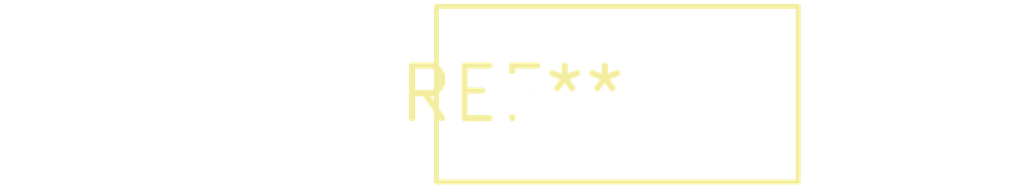
<source format=kicad_pcb>
(kicad_pcb (version 20240108) (generator pcbnew)
  (layers (0 "F.Cu" signal) (31 "B.Cu" signal) (34 "B.Paste" user) (35 "F.Paste" user) (36 "B.SilkS" user "B.Silkscreen") (37 "F.SilkS" user "F.Silkscreen") (38 "B.Mask" user) (39 "F.Mask" user) (44 "Edge.Cuts" user))
  (net 0 "")
  (footprint "Fuse_Littelfuse_395Series" (layer "F.Cu") (at 0 0)
    (property "Reference" "REF**")
    (property "Value" "Fuse_Littelfuse_395Series")
    (fp_line (start -1.83 -2.12) (end -1.83 2.12) (layer "F.SilkS") (stroke (width 0.12)))
    (fp_line (start -1.83 -2.12) (end 6.91 -2.12) (layer "F.SilkS") (stroke (width 0.12)))
    (fp_line (start 6.91 2.12) (end -1.83 2.12) (layer "F.SilkS") (stroke (width 0.12)))
    (fp_line (start 6.91 2.12) (end 6.91 -2.12) (layer "F.SilkS") (stroke (width 0.12)))
    (pad "1" thru_hole circle (at 0 0) (size 2 2) (drill 1) (layers *.Cu *.Mask) (remove_unused_layers))
    (pad "2" thru_hole circle (at 5.08 0.01) (size 2 2) (drill 1) (layers *.Cu *.Mask) (remove_unused_layers))
  )
)
</source>
